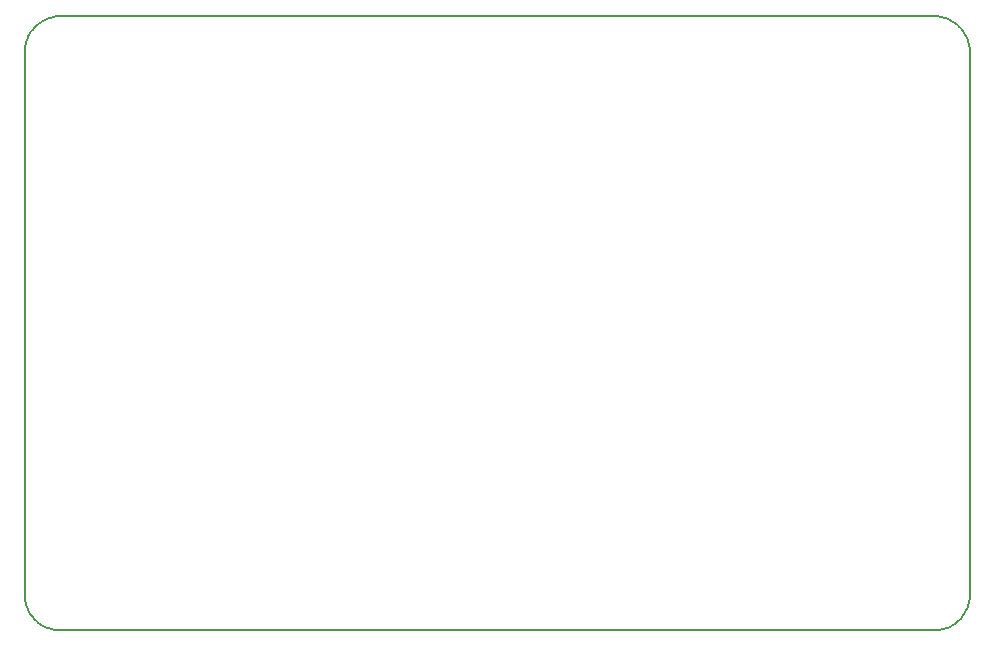
<source format=gbo>
G75*
%MOIN*%
%OFA0B0*%
%FSLAX24Y24*%
%IPPOS*%
%LPD*%
%AMOC8*
5,1,8,0,0,1.08239X$1,22.5*
%
%ADD10C,0.0080*%
D10*
X001681Y001331D02*
X001681Y019441D01*
X001683Y019507D01*
X001688Y019573D01*
X001698Y019639D01*
X001711Y019704D01*
X001727Y019768D01*
X001747Y019831D01*
X001771Y019893D01*
X001798Y019953D01*
X001828Y020012D01*
X001862Y020069D01*
X001899Y020124D01*
X001939Y020177D01*
X001981Y020228D01*
X002027Y020276D01*
X002075Y020322D01*
X002126Y020364D01*
X002179Y020404D01*
X002234Y020441D01*
X002291Y020475D01*
X002350Y020505D01*
X002410Y020532D01*
X002472Y020556D01*
X002535Y020576D01*
X002599Y020592D01*
X002664Y020605D01*
X002730Y020615D01*
X002796Y020620D01*
X002862Y020622D01*
X031996Y020622D01*
X032062Y020620D01*
X032128Y020615D01*
X032194Y020605D01*
X032259Y020592D01*
X032323Y020576D01*
X032386Y020556D01*
X032448Y020532D01*
X032508Y020505D01*
X032567Y020475D01*
X032624Y020441D01*
X032679Y020404D01*
X032732Y020364D01*
X032783Y020322D01*
X032831Y020276D01*
X032877Y020228D01*
X032919Y020177D01*
X032959Y020124D01*
X032996Y020069D01*
X033030Y020012D01*
X033060Y019953D01*
X033087Y019893D01*
X033111Y019831D01*
X033131Y019768D01*
X033147Y019704D01*
X033160Y019639D01*
X033170Y019573D01*
X033175Y019507D01*
X033177Y019441D01*
X033177Y001331D01*
X033175Y001265D01*
X033170Y001199D01*
X033160Y001133D01*
X033147Y001068D01*
X033131Y001004D01*
X033111Y000941D01*
X033087Y000879D01*
X033060Y000819D01*
X033030Y000760D01*
X032996Y000703D01*
X032959Y000648D01*
X032919Y000595D01*
X032877Y000544D01*
X032831Y000496D01*
X032783Y000450D01*
X032732Y000408D01*
X032679Y000368D01*
X032624Y000331D01*
X032567Y000297D01*
X032508Y000267D01*
X032448Y000240D01*
X032386Y000216D01*
X032323Y000196D01*
X032259Y000180D01*
X032194Y000167D01*
X032128Y000157D01*
X032062Y000152D01*
X031996Y000150D01*
X002862Y000150D01*
X002796Y000152D01*
X002730Y000157D01*
X002664Y000167D01*
X002599Y000180D01*
X002535Y000196D01*
X002472Y000216D01*
X002410Y000240D01*
X002350Y000267D01*
X002291Y000297D01*
X002234Y000331D01*
X002179Y000368D01*
X002126Y000408D01*
X002075Y000450D01*
X002027Y000496D01*
X001981Y000544D01*
X001939Y000595D01*
X001899Y000648D01*
X001862Y000703D01*
X001828Y000760D01*
X001798Y000819D01*
X001771Y000879D01*
X001747Y000941D01*
X001727Y001004D01*
X001711Y001068D01*
X001698Y001133D01*
X001688Y001199D01*
X001683Y001265D01*
X001681Y001331D01*
M02*

</source>
